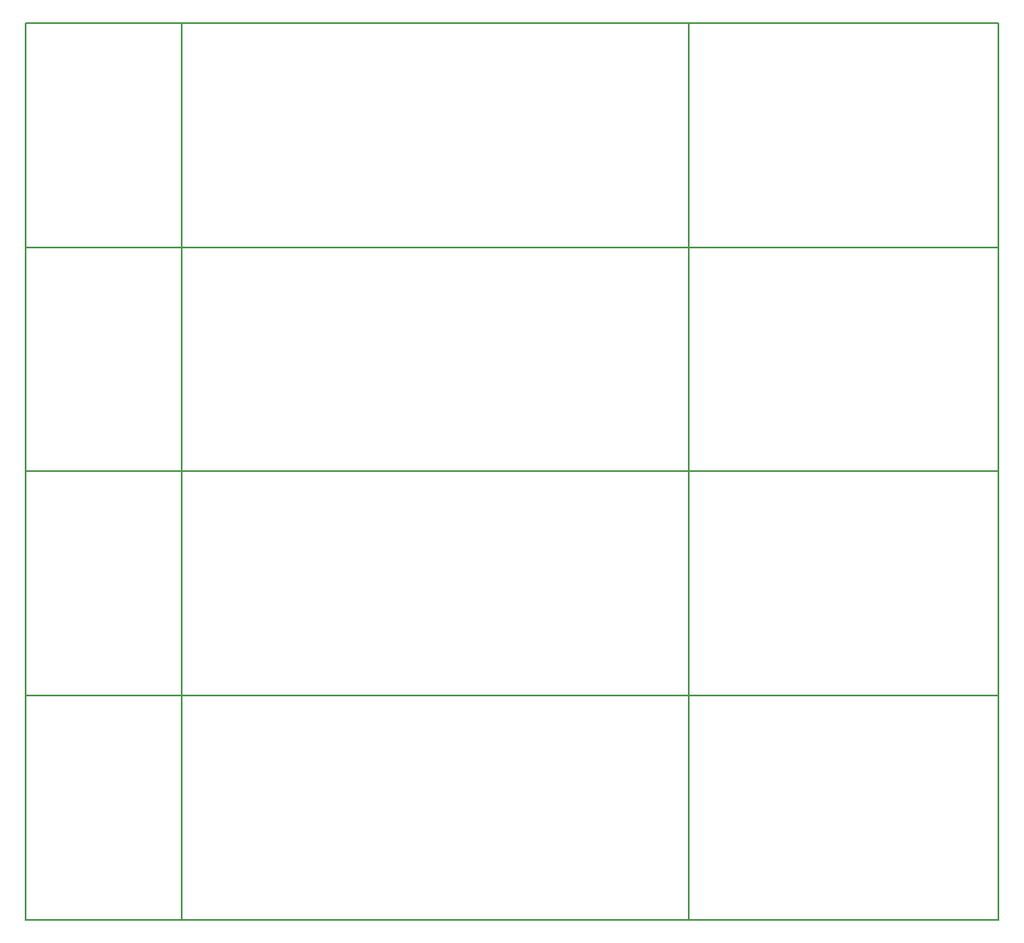
<source format=gko>
%TF.GenerationSoftware,KiCad,Pcbnew,4.0.7*%
%TF.CreationDate,2017-11-15T20:48:35+08:00*%
%TF.ProjectId,test,746573742E6B696361645F7063620000,rev?*%
%TF.FileFunction,Profile,NP*%
%FSLAX46Y46*%
G04 Gerber Fmt 4.6, Leading zero omitted, Abs format (unit mm)*
G04 Created by KiCad (PCBNEW 4.0.7) date 11/15/17 20:48:35*
%MOMM*%
%LPD*%
G01*
G04 APERTURE LIST*
%ADD10C,0.100000*%
%ADD11C,0.200000*%
G04 APERTURE END LIST*
D10*
D11*
X68000000Y0D02*
X68000000Y92000000D01*
X16000000Y92000000D02*
X16010000Y0D01*
X20000Y23000000D02*
X99800000Y23000000D01*
X20000Y46000000D02*
X99800000Y46000000D01*
X30000Y68990000D02*
X99800000Y69000000D01*
X30000Y0D02*
X0Y92000000D01*
X99800000Y0D02*
X30000Y0D01*
X99800000Y92000000D02*
X99800000Y0D01*
X0Y92000000D02*
X99800000Y92000000D01*
M02*

</source>
